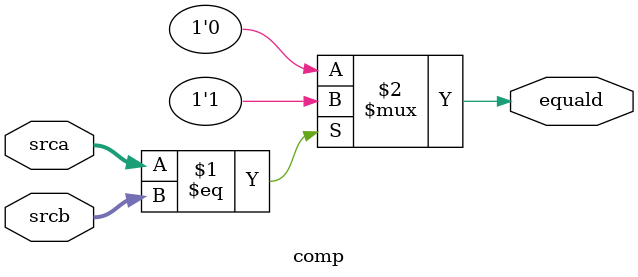
<source format=v>


module regfile(input         clk, 
               input         we3, 
               input  [4:0]  ra1, ra2, wa3, 
               input  [31:0] wd3, 
               output [31:0] rd1, rd2);

  reg [31:0] rf[31:0];

  // three ported register file
  // read two ports combinationally
  // write third port on rising edge of clock
  // register 0 hardwired to 0

  always @(posedge clk)
    if (we3) rf[wa3] <= wd3;	

  assign rd1 = (ra1 != 0) ? rf[ra1] : 0;
  assign rd2 = (ra2 != 0) ? rf[ra2] : 0;
endmodule

module adder(input [31:0] a, b,
             output [31:0] y);

  assign y = a + b;
endmodule

module sl2(input  [31:0] a,
           output [31:0] y);

  // shift left by 2
  assign y = {a[29:0], 2'b00};
endmodule

module signext(input  [15:0] a,
               output [31:0] y);
              
  assign y = {{16{a[15]}}, a};
endmodule

module flopr #(parameter WIDTH = 8)
              (input                  clk, reset,
               input      [WIDTH-1:0] d, 
               output reg [WIDTH-1:0] q);

  always @(posedge clk, posedge reset)
    if (reset) q <= 0;
    else       q <= d;
endmodule

module flopenr #(parameter WIDTH = 8)
                (input                  clk, reset,
                 input                  en,
                 input      [WIDTH-1:0] d, 
                 output reg [WIDTH-1:0] q);
 
  always @(posedge clk, posedge reset)
    if      (reset) q <= 0;
    else if (en)    q <= d;
endmodule

//pipeline register one
module preg1(input clk, enable, reset, clr, input [31:0] rd, input [31:0] pcplusF,
      output reg [31:0] instD, output reg [31:0] pcplusD);
always@(posedge clk)

if(reset | clr)
begin
  instD <= 0;
  pcplusD <= 0;
end
else if(enable)
begin
  instD <= rd;
  pcplusD <= pcplusF;
end
endmodule
//pipeline register two
module preg2(input clk, reset, clr, regwriteD, memtoregD, 
                input memwriteD,
               input [3:0] alucontrolD,
               input alusrcD, regdesD, 
               input [31:0] rd1D, rd2D, 
               input [4:0] rsD, rtD, rdD, 
               input [31:0] signimmD, 
               output reg regwriteE, memtoregE, memwriteE,
               output reg [3:0] alucontrolE,
               output reg alusrcE, regdesE,
               output reg [31:0] rd1E, rd2E,
               output reg [4:0] rsE, rtE, rdE, 
               output reg [31:0] signimmE);

always@(posedge clk)
if(reset | clr)
begin
  regwriteE <= 0;
  memtoregE <= 0;
  memwriteE <= 0;
  alucontrolE <= 0;
  alusrcE <= 0;
  regdesE <= 0;
  rd1E <= 0;
  rd2E <= 0;
  rsE <= 0;
  rtE <= 0;
  rdE <= 0;
  signimmE <= 0;
end
else 
begin
  regwriteE <= regwriteD;
  memtoregE <= memtoregD;
  memwriteE <= memwriteD;
  alucontrolE <= alucontrolD;
  alusrcE <= alusrcD;
  regdesE <= regdesD;
  rd1E <= rd1D;
  rd2E <= rd2D;
  rsE <= rsD;
  rtE <= rtD;
  rdE <= rdD;
  signimmE <= signimmD;
end
endmodule
//pipeline register three
module preg3(input clk, reset, rwE, mtrE, mwE,
          input [31:0] aluoutE, writedataE, 
          input [4:0] writeregE, 
          output reg rwM, mtrM, mwM,
          output reg [31:0] aluoutM, writedataM,
          output reg [4:0] writeregM);
always@(posedge clk, posedge reset)
if(reset)
  begin
    rwM <= 0;
    mtrM <= 0;
    mwM <= 0;
    aluoutM <= 0;
    writedataM <= 0;
   	writeregM <= 0;
  end
else
begin
  rwM <= rwE;
  mtrM <= mtrE;
  mwM <= mwE;
  aluoutM <= aluoutE;
  writedataM <= writedataE;
  writeregM <= writeregE;
end
endmodule
//pipeline register four
module preg4(input clk, reset, rwM, mtrM, 
        input [31:0] rdM, aluoutM,
        input [4:0] writeregM,
        output reg rwW, mtrW, 
        output reg [31:0] rdW, aluoutW, 
        output reg [4:0] writeregW);
always@(posedge clk, posedge reset)
if(reset)
  begin
    rwW <= 0;
  mtrW <= 0;
  rdW <= 0;
  aluoutW <= 0;
  writeregW <= 0; 
  end
else
begin
  rwW <= rwM;
  mtrW <= mtrM;
  rdW <= rdM;
  aluoutW <= aluoutM;
  writeregW <= writeregM;
end
endmodule

module mux2 #(parameter WIDTH = 8)
             (input  [WIDTH-1:0] d0, d1, 
              input              s, 
              output [WIDTH-1:0] y);

  assign y = s ? d1 : d0; 
endmodule


// upimm module needed for LUI
module upimm(input  [15:0] a,
             output [31:0] y);
              
  assign y = {a, 16'b0};
endmodule

// mux3 needed for LUI
module mux3 #(parameter WIDTH = 8)
             (input  [WIDTH-1:0] d0, d1, d2,
              input  [1:0]       s, 
              output [WIDTH-1:0] y);

  assign #1 y = s[1] ? d2 : (s[0] ? d1 : d0); 
endmodule

module mux4 #(parameter WIDTH = 32)
	(input[WIDTH -1:0] d0, d1, d2,d3,
	input [1:0] s,
	output [WIDTH-1:0] y);
assign #1 y = s[1] ? (s[0]?d3:d2):(s[0] ? d1:d0);
endmodule

module mux8 #(parameter WIDTH = 32)
	(input[WIDTH -1:0] d0, d1, d2, d3, d4, d5, d6, d7,
	input [2:0] s,
	output reg [WIDTH-1:0] y);
	always@(*)
	begin
   case(s)
		3'b000 :      	
			y = d0;
		3'b001 :    	
			y = d1;
		3'b010 :      	
			y = d2;
		3'b011 :    		
			y = d3;
		3'b100 :      
			y = d4;
		3'b101 :    	
			y = d5;
		3'b110 :      	
			y = d6;
		3'b111 :    	
			y = d7;
		endcase
	end
//assign #1 y = s[1] ? (s[0]?d3:d2):(s[0] ? d1:d0);
endmodule

//or for register one
module orin(input pcsrc, input jump, output temp);
assign temp = (pcsrc || jump);
endmodule

//comparator
module comp(input [31:0] srca, srcb, output equald);
   assign equald = (srca == srcb) ? 1'b1 : 1'b0;
endmodule
</source>
